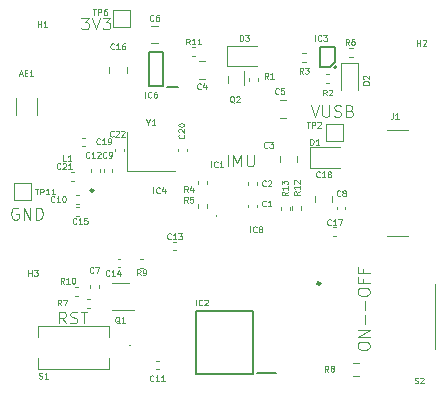
<source format=gbr>
%TF.GenerationSoftware,KiCad,Pcbnew,(6.0.0)*%
%TF.CreationDate,2022-11-27T20:06:59+00:00*%
%TF.ProjectId,Tracer,54726163-6572-42e6-9b69-6361645f7063,F*%
%TF.SameCoordinates,Original*%
%TF.FileFunction,Legend,Top*%
%TF.FilePolarity,Positive*%
%FSLAX46Y46*%
G04 Gerber Fmt 4.6, Leading zero omitted, Abs format (unit mm)*
G04 Created by KiCad (PCBNEW (6.0.0)) date 2022-11-27 20:06:59*
%MOMM*%
%LPD*%
G01*
G04 APERTURE LIST*
%ADD10C,0.100000*%
%ADD11C,0.035000*%
%ADD12C,0.120000*%
%ADD13C,0.250000*%
%ADD14C,0.027000*%
%ADD15C,0.200000*%
G04 APERTURE END LIST*
D10*
X147504761Y-94052380D02*
X147504761Y-93052380D01*
X147980952Y-94052380D02*
X147980952Y-93052380D01*
X148314285Y-93766666D01*
X148647619Y-93052380D01*
X148647619Y-94052380D01*
X149123809Y-93052380D02*
X149123809Y-93861904D01*
X149171428Y-93957142D01*
X149219047Y-94004761D01*
X149314285Y-94052380D01*
X149504761Y-94052380D01*
X149600000Y-94004761D01*
X149647619Y-93957142D01*
X149695238Y-93861904D01*
X149695238Y-93052380D01*
X158502380Y-109338095D02*
X158502380Y-109147619D01*
X158550000Y-109052380D01*
X158645238Y-108957142D01*
X158835714Y-108909523D01*
X159169047Y-108909523D01*
X159359523Y-108957142D01*
X159454761Y-109052380D01*
X159502380Y-109147619D01*
X159502380Y-109338095D01*
X159454761Y-109433333D01*
X159359523Y-109528571D01*
X159169047Y-109576190D01*
X158835714Y-109576190D01*
X158645238Y-109528571D01*
X158550000Y-109433333D01*
X158502380Y-109338095D01*
X159502380Y-108480952D02*
X158502380Y-108480952D01*
X159502380Y-107909523D01*
X158502380Y-107909523D01*
X159121428Y-107433333D02*
X159121428Y-106671428D01*
X159121428Y-106195238D02*
X159121428Y-105433333D01*
X158502380Y-104766666D02*
X158502380Y-104576190D01*
X158550000Y-104480952D01*
X158645238Y-104385714D01*
X158835714Y-104338095D01*
X159169047Y-104338095D01*
X159359523Y-104385714D01*
X159454761Y-104480952D01*
X159502380Y-104576190D01*
X159502380Y-104766666D01*
X159454761Y-104861904D01*
X159359523Y-104957142D01*
X159169047Y-105004761D01*
X158835714Y-105004761D01*
X158645238Y-104957142D01*
X158550000Y-104861904D01*
X158502380Y-104766666D01*
X158978571Y-103576190D02*
X158978571Y-103909523D01*
X159502380Y-103909523D02*
X158502380Y-103909523D01*
X158502380Y-103433333D01*
X158978571Y-102719047D02*
X158978571Y-103052380D01*
X159502380Y-103052380D02*
X158502380Y-103052380D01*
X158502380Y-102576190D01*
X129738095Y-97600000D02*
X129642857Y-97552380D01*
X129500000Y-97552380D01*
X129357142Y-97600000D01*
X129261904Y-97695238D01*
X129214285Y-97790476D01*
X129166666Y-97980952D01*
X129166666Y-98123809D01*
X129214285Y-98314285D01*
X129261904Y-98409523D01*
X129357142Y-98504761D01*
X129500000Y-98552380D01*
X129595238Y-98552380D01*
X129738095Y-98504761D01*
X129785714Y-98457142D01*
X129785714Y-98123809D01*
X129595238Y-98123809D01*
X130214285Y-98552380D02*
X130214285Y-97552380D01*
X130785714Y-98552380D01*
X130785714Y-97552380D01*
X131261904Y-98552380D02*
X131261904Y-97552380D01*
X131500000Y-97552380D01*
X131642857Y-97600000D01*
X131738095Y-97695238D01*
X131785714Y-97790476D01*
X131833333Y-97980952D01*
X131833333Y-98123809D01*
X131785714Y-98314285D01*
X131738095Y-98409523D01*
X131642857Y-98504761D01*
X131500000Y-98552380D01*
X131261904Y-98552380D01*
X133802380Y-107352380D02*
X133469047Y-106876190D01*
X133230952Y-107352380D02*
X133230952Y-106352380D01*
X133611904Y-106352380D01*
X133707142Y-106400000D01*
X133754761Y-106447619D01*
X133802380Y-106542857D01*
X133802380Y-106685714D01*
X133754761Y-106780952D01*
X133707142Y-106828571D01*
X133611904Y-106876190D01*
X133230952Y-106876190D01*
X134183333Y-107304761D02*
X134326190Y-107352380D01*
X134564285Y-107352380D01*
X134659523Y-107304761D01*
X134707142Y-107257142D01*
X134754761Y-107161904D01*
X134754761Y-107066666D01*
X134707142Y-106971428D01*
X134659523Y-106923809D01*
X134564285Y-106876190D01*
X134373809Y-106828571D01*
X134278571Y-106780952D01*
X134230952Y-106733333D01*
X134183333Y-106638095D01*
X134183333Y-106542857D01*
X134230952Y-106447619D01*
X134278571Y-106400000D01*
X134373809Y-106352380D01*
X134611904Y-106352380D01*
X134754761Y-106400000D01*
X135040476Y-106352380D02*
X135611904Y-106352380D01*
X135326190Y-107352380D02*
X135326190Y-106352380D01*
X135111904Y-81452380D02*
X135730952Y-81452380D01*
X135397619Y-81833333D01*
X135540476Y-81833333D01*
X135635714Y-81880952D01*
X135683333Y-81928571D01*
X135730952Y-82023809D01*
X135730952Y-82261904D01*
X135683333Y-82357142D01*
X135635714Y-82404761D01*
X135540476Y-82452380D01*
X135254761Y-82452380D01*
X135159523Y-82404761D01*
X135111904Y-82357142D01*
X136016666Y-81452380D02*
X136350000Y-82452380D01*
X136683333Y-81452380D01*
X136921428Y-81452380D02*
X137540476Y-81452380D01*
X137207142Y-81833333D01*
X137350000Y-81833333D01*
X137445238Y-81880952D01*
X137492857Y-81928571D01*
X137540476Y-82023809D01*
X137540476Y-82261904D01*
X137492857Y-82357142D01*
X137445238Y-82404761D01*
X137350000Y-82452380D01*
X137064285Y-82452380D01*
X136969047Y-82404761D01*
X136921428Y-82357142D01*
X154516666Y-88852380D02*
X154850000Y-89852380D01*
X155183333Y-88852380D01*
X155516666Y-88852380D02*
X155516666Y-89661904D01*
X155564285Y-89757142D01*
X155611904Y-89804761D01*
X155707142Y-89852380D01*
X155897619Y-89852380D01*
X155992857Y-89804761D01*
X156040476Y-89757142D01*
X156088095Y-89661904D01*
X156088095Y-88852380D01*
X156516666Y-89804761D02*
X156659523Y-89852380D01*
X156897619Y-89852380D01*
X156992857Y-89804761D01*
X157040476Y-89757142D01*
X157088095Y-89661904D01*
X157088095Y-89566666D01*
X157040476Y-89471428D01*
X156992857Y-89423809D01*
X156897619Y-89376190D01*
X156707142Y-89328571D01*
X156611904Y-89280952D01*
X156564285Y-89233333D01*
X156516666Y-89138095D01*
X156516666Y-89042857D01*
X156564285Y-88947619D01*
X156611904Y-88900000D01*
X156707142Y-88852380D01*
X156945238Y-88852380D01*
X157088095Y-88900000D01*
X157850000Y-89328571D02*
X157992857Y-89376190D01*
X158040476Y-89423809D01*
X158088095Y-89519047D01*
X158088095Y-89661904D01*
X158040476Y-89757142D01*
X157992857Y-89804761D01*
X157897619Y-89852380D01*
X157516666Y-89852380D01*
X157516666Y-88852380D01*
X157850000Y-88852380D01*
X157945238Y-88900000D01*
X157992857Y-88947619D01*
X158040476Y-89042857D01*
X158040476Y-89138095D01*
X157992857Y-89233333D01*
X157945238Y-89280952D01*
X157850000Y-89328571D01*
X157516666Y-89328571D01*
D11*
%TO.C,C1*%
X150716666Y-97398571D02*
X150692857Y-97422380D01*
X150621428Y-97446190D01*
X150573809Y-97446190D01*
X150502380Y-97422380D01*
X150454761Y-97374761D01*
X150430952Y-97327142D01*
X150407142Y-97231904D01*
X150407142Y-97160476D01*
X150430952Y-97065238D01*
X150454761Y-97017619D01*
X150502380Y-96970000D01*
X150573809Y-96946190D01*
X150621428Y-96946190D01*
X150692857Y-96970000D01*
X150716666Y-96993809D01*
X151192857Y-97446190D02*
X150907142Y-97446190D01*
X151050000Y-97446190D02*
X151050000Y-96946190D01*
X151002380Y-97017619D01*
X150954761Y-97065238D01*
X150907142Y-97089047D01*
%TO.C,C16*%
X137873571Y-84078571D02*
X137849761Y-84102380D01*
X137778333Y-84126190D01*
X137730714Y-84126190D01*
X137659285Y-84102380D01*
X137611666Y-84054761D01*
X137587857Y-84007142D01*
X137564047Y-83911904D01*
X137564047Y-83840476D01*
X137587857Y-83745238D01*
X137611666Y-83697619D01*
X137659285Y-83650000D01*
X137730714Y-83626190D01*
X137778333Y-83626190D01*
X137849761Y-83650000D01*
X137873571Y-83673809D01*
X138349761Y-84126190D02*
X138064047Y-84126190D01*
X138206904Y-84126190D02*
X138206904Y-83626190D01*
X138159285Y-83697619D01*
X138111666Y-83745238D01*
X138064047Y-83769047D01*
X138778333Y-83626190D02*
X138683095Y-83626190D01*
X138635476Y-83650000D01*
X138611666Y-83673809D01*
X138564047Y-83745238D01*
X138540238Y-83840476D01*
X138540238Y-84030952D01*
X138564047Y-84078571D01*
X138587857Y-84102380D01*
X138635476Y-84126190D01*
X138730714Y-84126190D01*
X138778333Y-84102380D01*
X138802142Y-84078571D01*
X138825952Y-84030952D01*
X138825952Y-83911904D01*
X138802142Y-83864285D01*
X138778333Y-83840476D01*
X138730714Y-83816666D01*
X138635476Y-83816666D01*
X138587857Y-83840476D01*
X138564047Y-83864285D01*
X138540238Y-83911904D01*
%TO.C,C10*%
X132828571Y-97028571D02*
X132804761Y-97052380D01*
X132733333Y-97076190D01*
X132685714Y-97076190D01*
X132614285Y-97052380D01*
X132566666Y-97004761D01*
X132542857Y-96957142D01*
X132519047Y-96861904D01*
X132519047Y-96790476D01*
X132542857Y-96695238D01*
X132566666Y-96647619D01*
X132614285Y-96600000D01*
X132685714Y-96576190D01*
X132733333Y-96576190D01*
X132804761Y-96600000D01*
X132828571Y-96623809D01*
X133304761Y-97076190D02*
X133019047Y-97076190D01*
X133161904Y-97076190D02*
X133161904Y-96576190D01*
X133114285Y-96647619D01*
X133066666Y-96695238D01*
X133019047Y-96719047D01*
X133614285Y-96576190D02*
X133661904Y-96576190D01*
X133709523Y-96600000D01*
X133733333Y-96623809D01*
X133757142Y-96671428D01*
X133780952Y-96766666D01*
X133780952Y-96885714D01*
X133757142Y-96980952D01*
X133733333Y-97028571D01*
X133709523Y-97052380D01*
X133661904Y-97076190D01*
X133614285Y-97076190D01*
X133566666Y-97052380D01*
X133542857Y-97028571D01*
X133519047Y-96980952D01*
X133495238Y-96885714D01*
X133495238Y-96766666D01*
X133519047Y-96671428D01*
X133542857Y-96623809D01*
X133566666Y-96600000D01*
X133614285Y-96576190D01*
%TO.C,C5*%
X151816666Y-87878571D02*
X151792857Y-87902380D01*
X151721428Y-87926190D01*
X151673809Y-87926190D01*
X151602380Y-87902380D01*
X151554761Y-87854761D01*
X151530952Y-87807142D01*
X151507142Y-87711904D01*
X151507142Y-87640476D01*
X151530952Y-87545238D01*
X151554761Y-87497619D01*
X151602380Y-87450000D01*
X151673809Y-87426190D01*
X151721428Y-87426190D01*
X151792857Y-87450000D01*
X151816666Y-87473809D01*
X152269047Y-87426190D02*
X152030952Y-87426190D01*
X152007142Y-87664285D01*
X152030952Y-87640476D01*
X152078571Y-87616666D01*
X152197619Y-87616666D01*
X152245238Y-87640476D01*
X152269047Y-87664285D01*
X152292857Y-87711904D01*
X152292857Y-87830952D01*
X152269047Y-87878571D01*
X152245238Y-87902380D01*
X152197619Y-87926190D01*
X152078571Y-87926190D01*
X152030952Y-87902380D01*
X152007142Y-87878571D01*
%TO.C,D1*%
X154480952Y-92226190D02*
X154480952Y-91726190D01*
X154600000Y-91726190D01*
X154671428Y-91750000D01*
X154719047Y-91797619D01*
X154742857Y-91845238D01*
X154766666Y-91940476D01*
X154766666Y-92011904D01*
X154742857Y-92107142D01*
X154719047Y-92154761D01*
X154671428Y-92202380D01*
X154600000Y-92226190D01*
X154480952Y-92226190D01*
X155242857Y-92226190D02*
X154957142Y-92226190D01*
X155100000Y-92226190D02*
X155100000Y-91726190D01*
X155052380Y-91797619D01*
X155004761Y-91845238D01*
X154957142Y-91869047D01*
%TO.C,R6*%
X157766666Y-83776190D02*
X157600000Y-83538095D01*
X157480952Y-83776190D02*
X157480952Y-83276190D01*
X157671428Y-83276190D01*
X157719047Y-83300000D01*
X157742857Y-83323809D01*
X157766666Y-83371428D01*
X157766666Y-83442857D01*
X157742857Y-83490476D01*
X157719047Y-83514285D01*
X157671428Y-83538095D01*
X157480952Y-83538095D01*
X158195238Y-83276190D02*
X158100000Y-83276190D01*
X158052380Y-83300000D01*
X158028571Y-83323809D01*
X157980952Y-83395238D01*
X157957142Y-83490476D01*
X157957142Y-83680952D01*
X157980952Y-83728571D01*
X158004761Y-83752380D01*
X158052380Y-83776190D01*
X158147619Y-83776190D01*
X158195238Y-83752380D01*
X158219047Y-83728571D01*
X158242857Y-83680952D01*
X158242857Y-83561904D01*
X158219047Y-83514285D01*
X158195238Y-83490476D01*
X158147619Y-83466666D01*
X158052380Y-83466666D01*
X158004761Y-83490476D01*
X157980952Y-83514285D01*
X157957142Y-83561904D01*
%TO.C,Q2*%
X148052380Y-88673809D02*
X148004761Y-88650000D01*
X147957142Y-88602380D01*
X147885714Y-88530952D01*
X147838095Y-88507142D01*
X147790476Y-88507142D01*
X147814285Y-88626190D02*
X147766666Y-88602380D01*
X147719047Y-88554761D01*
X147695238Y-88459523D01*
X147695238Y-88292857D01*
X147719047Y-88197619D01*
X147766666Y-88150000D01*
X147814285Y-88126190D01*
X147909523Y-88126190D01*
X147957142Y-88150000D01*
X148004761Y-88197619D01*
X148028571Y-88292857D01*
X148028571Y-88459523D01*
X148004761Y-88554761D01*
X147957142Y-88602380D01*
X147909523Y-88626190D01*
X147814285Y-88626190D01*
X148219047Y-88173809D02*
X148242857Y-88150000D01*
X148290476Y-88126190D01*
X148409523Y-88126190D01*
X148457142Y-88150000D01*
X148480952Y-88173809D01*
X148504761Y-88221428D01*
X148504761Y-88269047D01*
X148480952Y-88340476D01*
X148195238Y-88626190D01*
X148504761Y-88626190D01*
%TO.C,C3*%
X150866666Y-92428571D02*
X150842857Y-92452380D01*
X150771428Y-92476190D01*
X150723809Y-92476190D01*
X150652380Y-92452380D01*
X150604761Y-92404761D01*
X150580952Y-92357142D01*
X150557142Y-92261904D01*
X150557142Y-92190476D01*
X150580952Y-92095238D01*
X150604761Y-92047619D01*
X150652380Y-92000000D01*
X150723809Y-91976190D01*
X150771428Y-91976190D01*
X150842857Y-92000000D01*
X150866666Y-92023809D01*
X151033333Y-91976190D02*
X151342857Y-91976190D01*
X151176190Y-92166666D01*
X151247619Y-92166666D01*
X151295238Y-92190476D01*
X151319047Y-92214285D01*
X151342857Y-92261904D01*
X151342857Y-92380952D01*
X151319047Y-92428571D01*
X151295238Y-92452380D01*
X151247619Y-92476190D01*
X151104761Y-92476190D01*
X151057142Y-92452380D01*
X151033333Y-92428571D01*
%TO.C,R10*%
X133628571Y-103976190D02*
X133461904Y-103738095D01*
X133342857Y-103976190D02*
X133342857Y-103476190D01*
X133533333Y-103476190D01*
X133580952Y-103500000D01*
X133604761Y-103523809D01*
X133628571Y-103571428D01*
X133628571Y-103642857D01*
X133604761Y-103690476D01*
X133580952Y-103714285D01*
X133533333Y-103738095D01*
X133342857Y-103738095D01*
X134104761Y-103976190D02*
X133819047Y-103976190D01*
X133961904Y-103976190D02*
X133961904Y-103476190D01*
X133914285Y-103547619D01*
X133866666Y-103595238D01*
X133819047Y-103619047D01*
X134414285Y-103476190D02*
X134461904Y-103476190D01*
X134509523Y-103500000D01*
X134533333Y-103523809D01*
X134557142Y-103571428D01*
X134580952Y-103666666D01*
X134580952Y-103785714D01*
X134557142Y-103880952D01*
X134533333Y-103928571D01*
X134509523Y-103952380D01*
X134461904Y-103976190D01*
X134414285Y-103976190D01*
X134366666Y-103952380D01*
X134342857Y-103928571D01*
X134319047Y-103880952D01*
X134295238Y-103785714D01*
X134295238Y-103666666D01*
X134319047Y-103571428D01*
X134342857Y-103523809D01*
X134366666Y-103500000D01*
X134414285Y-103476190D01*
%TO.C,H3*%
X130619047Y-103326190D02*
X130619047Y-102826190D01*
X130619047Y-103064285D02*
X130904761Y-103064285D01*
X130904761Y-103326190D02*
X130904761Y-102826190D01*
X131095238Y-102826190D02*
X131404761Y-102826190D01*
X131238095Y-103016666D01*
X131309523Y-103016666D01*
X131357142Y-103040476D01*
X131380952Y-103064285D01*
X131404761Y-103111904D01*
X131404761Y-103230952D01*
X131380952Y-103278571D01*
X131357142Y-103302380D01*
X131309523Y-103326190D01*
X131166666Y-103326190D01*
X131119047Y-103302380D01*
X131095238Y-103278571D01*
%TO.C,C6*%
X141211666Y-81678571D02*
X141187857Y-81702380D01*
X141116428Y-81726190D01*
X141068809Y-81726190D01*
X140997380Y-81702380D01*
X140949761Y-81654761D01*
X140925952Y-81607142D01*
X140902142Y-81511904D01*
X140902142Y-81440476D01*
X140925952Y-81345238D01*
X140949761Y-81297619D01*
X140997380Y-81250000D01*
X141068809Y-81226190D01*
X141116428Y-81226190D01*
X141187857Y-81250000D01*
X141211666Y-81273809D01*
X141640238Y-81226190D02*
X141545000Y-81226190D01*
X141497380Y-81250000D01*
X141473571Y-81273809D01*
X141425952Y-81345238D01*
X141402142Y-81440476D01*
X141402142Y-81630952D01*
X141425952Y-81678571D01*
X141449761Y-81702380D01*
X141497380Y-81726190D01*
X141592619Y-81726190D01*
X141640238Y-81702380D01*
X141664047Y-81678571D01*
X141687857Y-81630952D01*
X141687857Y-81511904D01*
X141664047Y-81464285D01*
X141640238Y-81440476D01*
X141592619Y-81416666D01*
X141497380Y-81416666D01*
X141449761Y-81440476D01*
X141425952Y-81464285D01*
X141402142Y-81511904D01*
%TO.C,IC4*%
X141211904Y-96326190D02*
X141211904Y-95826190D01*
X141735714Y-96278571D02*
X141711904Y-96302380D01*
X141640476Y-96326190D01*
X141592857Y-96326190D01*
X141521428Y-96302380D01*
X141473809Y-96254761D01*
X141450000Y-96207142D01*
X141426190Y-96111904D01*
X141426190Y-96040476D01*
X141450000Y-95945238D01*
X141473809Y-95897619D01*
X141521428Y-95850000D01*
X141592857Y-95826190D01*
X141640476Y-95826190D01*
X141711904Y-95850000D01*
X141735714Y-95873809D01*
X142164285Y-95992857D02*
X142164285Y-96326190D01*
X142045238Y-95802380D02*
X141926190Y-96159523D01*
X142235714Y-96159523D01*
%TO.C,C12*%
X135778571Y-93278571D02*
X135754761Y-93302380D01*
X135683333Y-93326190D01*
X135635714Y-93326190D01*
X135564285Y-93302380D01*
X135516666Y-93254761D01*
X135492857Y-93207142D01*
X135469047Y-93111904D01*
X135469047Y-93040476D01*
X135492857Y-92945238D01*
X135516666Y-92897619D01*
X135564285Y-92850000D01*
X135635714Y-92826190D01*
X135683333Y-92826190D01*
X135754761Y-92850000D01*
X135778571Y-92873809D01*
X136254761Y-93326190D02*
X135969047Y-93326190D01*
X136111904Y-93326190D02*
X136111904Y-92826190D01*
X136064285Y-92897619D01*
X136016666Y-92945238D01*
X135969047Y-92969047D01*
X136445238Y-92873809D02*
X136469047Y-92850000D01*
X136516666Y-92826190D01*
X136635714Y-92826190D01*
X136683333Y-92850000D01*
X136707142Y-92873809D01*
X136730952Y-92921428D01*
X136730952Y-92969047D01*
X136707142Y-93040476D01*
X136421428Y-93326190D01*
X136730952Y-93326190D01*
%TO.C,R12*%
X153576190Y-96171428D02*
X153338095Y-96338095D01*
X153576190Y-96457142D02*
X153076190Y-96457142D01*
X153076190Y-96266666D01*
X153100000Y-96219047D01*
X153123809Y-96195238D01*
X153171428Y-96171428D01*
X153242857Y-96171428D01*
X153290476Y-96195238D01*
X153314285Y-96219047D01*
X153338095Y-96266666D01*
X153338095Y-96457142D01*
X153576190Y-95695238D02*
X153576190Y-95980952D01*
X153576190Y-95838095D02*
X153076190Y-95838095D01*
X153147619Y-95885714D01*
X153195238Y-95933333D01*
X153219047Y-95980952D01*
X153123809Y-95504761D02*
X153100000Y-95480952D01*
X153076190Y-95433333D01*
X153076190Y-95314285D01*
X153100000Y-95266666D01*
X153123809Y-95242857D01*
X153171428Y-95219047D01*
X153219047Y-95219047D01*
X153290476Y-95242857D01*
X153576190Y-95528571D01*
X153576190Y-95219047D01*
%TO.C,IC1*%
X146111904Y-94126190D02*
X146111904Y-93626190D01*
X146635714Y-94078571D02*
X146611904Y-94102380D01*
X146540476Y-94126190D01*
X146492857Y-94126190D01*
X146421428Y-94102380D01*
X146373809Y-94054761D01*
X146350000Y-94007142D01*
X146326190Y-93911904D01*
X146326190Y-93840476D01*
X146350000Y-93745238D01*
X146373809Y-93697619D01*
X146421428Y-93650000D01*
X146492857Y-93626190D01*
X146540476Y-93626190D01*
X146611904Y-93650000D01*
X146635714Y-93673809D01*
X147111904Y-94126190D02*
X146826190Y-94126190D01*
X146969047Y-94126190D02*
X146969047Y-93626190D01*
X146921428Y-93697619D01*
X146873809Y-93745238D01*
X146826190Y-93769047D01*
%TO.C,C11*%
X141208571Y-112188571D02*
X141184761Y-112212380D01*
X141113333Y-112236190D01*
X141065714Y-112236190D01*
X140994285Y-112212380D01*
X140946666Y-112164761D01*
X140922857Y-112117142D01*
X140899047Y-112021904D01*
X140899047Y-111950476D01*
X140922857Y-111855238D01*
X140946666Y-111807619D01*
X140994285Y-111760000D01*
X141065714Y-111736190D01*
X141113333Y-111736190D01*
X141184761Y-111760000D01*
X141208571Y-111783809D01*
X141684761Y-112236190D02*
X141399047Y-112236190D01*
X141541904Y-112236190D02*
X141541904Y-111736190D01*
X141494285Y-111807619D01*
X141446666Y-111855238D01*
X141399047Y-111879047D01*
X142160952Y-112236190D02*
X141875238Y-112236190D01*
X142018095Y-112236190D02*
X142018095Y-111736190D01*
X141970476Y-111807619D01*
X141922857Y-111855238D01*
X141875238Y-111879047D01*
%TO.C,C18*%
X155278571Y-94928571D02*
X155254761Y-94952380D01*
X155183333Y-94976190D01*
X155135714Y-94976190D01*
X155064285Y-94952380D01*
X155016666Y-94904761D01*
X154992857Y-94857142D01*
X154969047Y-94761904D01*
X154969047Y-94690476D01*
X154992857Y-94595238D01*
X155016666Y-94547619D01*
X155064285Y-94500000D01*
X155135714Y-94476190D01*
X155183333Y-94476190D01*
X155254761Y-94500000D01*
X155278571Y-94523809D01*
X155754761Y-94976190D02*
X155469047Y-94976190D01*
X155611904Y-94976190D02*
X155611904Y-94476190D01*
X155564285Y-94547619D01*
X155516666Y-94595238D01*
X155469047Y-94619047D01*
X156040476Y-94690476D02*
X155992857Y-94666666D01*
X155969047Y-94642857D01*
X155945238Y-94595238D01*
X155945238Y-94571428D01*
X155969047Y-94523809D01*
X155992857Y-94500000D01*
X156040476Y-94476190D01*
X156135714Y-94476190D01*
X156183333Y-94500000D01*
X156207142Y-94523809D01*
X156230952Y-94571428D01*
X156230952Y-94595238D01*
X156207142Y-94642857D01*
X156183333Y-94666666D01*
X156135714Y-94690476D01*
X156040476Y-94690476D01*
X155992857Y-94714285D01*
X155969047Y-94738095D01*
X155945238Y-94785714D01*
X155945238Y-94880952D01*
X155969047Y-94928571D01*
X155992857Y-94952380D01*
X156040476Y-94976190D01*
X156135714Y-94976190D01*
X156183333Y-94952380D01*
X156207142Y-94928571D01*
X156230952Y-94880952D01*
X156230952Y-94785714D01*
X156207142Y-94738095D01*
X156183333Y-94714285D01*
X156135714Y-94690476D01*
%TO.C,TP6*%
X136069047Y-80726190D02*
X136354761Y-80726190D01*
X136211904Y-81226190D02*
X136211904Y-80726190D01*
X136521428Y-81226190D02*
X136521428Y-80726190D01*
X136711904Y-80726190D01*
X136759523Y-80750000D01*
X136783333Y-80773809D01*
X136807142Y-80821428D01*
X136807142Y-80892857D01*
X136783333Y-80940476D01*
X136759523Y-80964285D01*
X136711904Y-80988095D01*
X136521428Y-80988095D01*
X137235714Y-80726190D02*
X137140476Y-80726190D01*
X137092857Y-80750000D01*
X137069047Y-80773809D01*
X137021428Y-80845238D01*
X136997619Y-80940476D01*
X136997619Y-81130952D01*
X137021428Y-81178571D01*
X137045238Y-81202380D01*
X137092857Y-81226190D01*
X137188095Y-81226190D01*
X137235714Y-81202380D01*
X137259523Y-81178571D01*
X137283333Y-81130952D01*
X137283333Y-81011904D01*
X137259523Y-80964285D01*
X137235714Y-80940476D01*
X137188095Y-80916666D01*
X137092857Y-80916666D01*
X137045238Y-80940476D01*
X137021428Y-80964285D01*
X136997619Y-81011904D01*
%TO.C,C20*%
X143778571Y-91351428D02*
X143802380Y-91375238D01*
X143826190Y-91446666D01*
X143826190Y-91494285D01*
X143802380Y-91565714D01*
X143754761Y-91613333D01*
X143707142Y-91637142D01*
X143611904Y-91660952D01*
X143540476Y-91660952D01*
X143445238Y-91637142D01*
X143397619Y-91613333D01*
X143350000Y-91565714D01*
X143326190Y-91494285D01*
X143326190Y-91446666D01*
X143350000Y-91375238D01*
X143373809Y-91351428D01*
X143373809Y-91160952D02*
X143350000Y-91137142D01*
X143326190Y-91089523D01*
X143326190Y-90970476D01*
X143350000Y-90922857D01*
X143373809Y-90899047D01*
X143421428Y-90875238D01*
X143469047Y-90875238D01*
X143540476Y-90899047D01*
X143826190Y-91184761D01*
X143826190Y-90875238D01*
X143326190Y-90565714D02*
X143326190Y-90518095D01*
X143350000Y-90470476D01*
X143373809Y-90446666D01*
X143421428Y-90422857D01*
X143516666Y-90399047D01*
X143635714Y-90399047D01*
X143730952Y-90422857D01*
X143778571Y-90446666D01*
X143802380Y-90470476D01*
X143826190Y-90518095D01*
X143826190Y-90565714D01*
X143802380Y-90613333D01*
X143778571Y-90637142D01*
X143730952Y-90660952D01*
X143635714Y-90684761D01*
X143516666Y-90684761D01*
X143421428Y-90660952D01*
X143373809Y-90637142D01*
X143350000Y-90613333D01*
X143326190Y-90565714D01*
%TO.C,L1*%
X133816666Y-93576190D02*
X133578571Y-93576190D01*
X133578571Y-93076190D01*
X134245238Y-93576190D02*
X133959523Y-93576190D01*
X134102380Y-93576190D02*
X134102380Y-93076190D01*
X134054761Y-93147619D01*
X134007142Y-93195238D01*
X133959523Y-93219047D01*
%TO.C,R11*%
X144278571Y-83726190D02*
X144111904Y-83488095D01*
X143992857Y-83726190D02*
X143992857Y-83226190D01*
X144183333Y-83226190D01*
X144230952Y-83250000D01*
X144254761Y-83273809D01*
X144278571Y-83321428D01*
X144278571Y-83392857D01*
X144254761Y-83440476D01*
X144230952Y-83464285D01*
X144183333Y-83488095D01*
X143992857Y-83488095D01*
X144754761Y-83726190D02*
X144469047Y-83726190D01*
X144611904Y-83726190D02*
X144611904Y-83226190D01*
X144564285Y-83297619D01*
X144516666Y-83345238D01*
X144469047Y-83369047D01*
X145230952Y-83726190D02*
X144945238Y-83726190D01*
X145088095Y-83726190D02*
X145088095Y-83226190D01*
X145040476Y-83297619D01*
X144992857Y-83345238D01*
X144945238Y-83369047D01*
%TO.C,C21*%
X133328571Y-94228571D02*
X133304761Y-94252380D01*
X133233333Y-94276190D01*
X133185714Y-94276190D01*
X133114285Y-94252380D01*
X133066666Y-94204761D01*
X133042857Y-94157142D01*
X133019047Y-94061904D01*
X133019047Y-93990476D01*
X133042857Y-93895238D01*
X133066666Y-93847619D01*
X133114285Y-93800000D01*
X133185714Y-93776190D01*
X133233333Y-93776190D01*
X133304761Y-93800000D01*
X133328571Y-93823809D01*
X133519047Y-93823809D02*
X133542857Y-93800000D01*
X133590476Y-93776190D01*
X133709523Y-93776190D01*
X133757142Y-93800000D01*
X133780952Y-93823809D01*
X133804761Y-93871428D01*
X133804761Y-93919047D01*
X133780952Y-93990476D01*
X133495238Y-94276190D01*
X133804761Y-94276190D01*
X134280952Y-94276190D02*
X133995238Y-94276190D01*
X134138095Y-94276190D02*
X134138095Y-93776190D01*
X134090476Y-93847619D01*
X134042857Y-93895238D01*
X133995238Y-93919047D01*
%TO.C,R3*%
X153866666Y-86196190D02*
X153700000Y-85958095D01*
X153580952Y-86196190D02*
X153580952Y-85696190D01*
X153771428Y-85696190D01*
X153819047Y-85720000D01*
X153842857Y-85743809D01*
X153866666Y-85791428D01*
X153866666Y-85862857D01*
X153842857Y-85910476D01*
X153819047Y-85934285D01*
X153771428Y-85958095D01*
X153580952Y-85958095D01*
X154033333Y-85696190D02*
X154342857Y-85696190D01*
X154176190Y-85886666D01*
X154247619Y-85886666D01*
X154295238Y-85910476D01*
X154319047Y-85934285D01*
X154342857Y-85981904D01*
X154342857Y-86100952D01*
X154319047Y-86148571D01*
X154295238Y-86172380D01*
X154247619Y-86196190D01*
X154104761Y-86196190D01*
X154057142Y-86172380D01*
X154033333Y-86148571D01*
%TO.C,R4*%
X144116666Y-96226190D02*
X143950000Y-95988095D01*
X143830952Y-96226190D02*
X143830952Y-95726190D01*
X144021428Y-95726190D01*
X144069047Y-95750000D01*
X144092857Y-95773809D01*
X144116666Y-95821428D01*
X144116666Y-95892857D01*
X144092857Y-95940476D01*
X144069047Y-95964285D01*
X144021428Y-95988095D01*
X143830952Y-95988095D01*
X144545238Y-95892857D02*
X144545238Y-96226190D01*
X144426190Y-95702380D02*
X144307142Y-96059523D01*
X144616666Y-96059523D01*
%TO.C,TP11*%
X131180952Y-95926190D02*
X131466666Y-95926190D01*
X131323809Y-96426190D02*
X131323809Y-95926190D01*
X131633333Y-96426190D02*
X131633333Y-95926190D01*
X131823809Y-95926190D01*
X131871428Y-95950000D01*
X131895238Y-95973809D01*
X131919047Y-96021428D01*
X131919047Y-96092857D01*
X131895238Y-96140476D01*
X131871428Y-96164285D01*
X131823809Y-96188095D01*
X131633333Y-96188095D01*
X132395238Y-96426190D02*
X132109523Y-96426190D01*
X132252380Y-96426190D02*
X132252380Y-95926190D01*
X132204761Y-95997619D01*
X132157142Y-96045238D01*
X132109523Y-96069047D01*
X132871428Y-96426190D02*
X132585714Y-96426190D01*
X132728571Y-96426190D02*
X132728571Y-95926190D01*
X132680952Y-95997619D01*
X132633333Y-96045238D01*
X132585714Y-96069047D01*
%TO.C,C9*%
X137216666Y-93278571D02*
X137192857Y-93302380D01*
X137121428Y-93326190D01*
X137073809Y-93326190D01*
X137002380Y-93302380D01*
X136954761Y-93254761D01*
X136930952Y-93207142D01*
X136907142Y-93111904D01*
X136907142Y-93040476D01*
X136930952Y-92945238D01*
X136954761Y-92897619D01*
X137002380Y-92850000D01*
X137073809Y-92826190D01*
X137121428Y-92826190D01*
X137192857Y-92850000D01*
X137216666Y-92873809D01*
X137454761Y-93326190D02*
X137550000Y-93326190D01*
X137597619Y-93302380D01*
X137621428Y-93278571D01*
X137669047Y-93207142D01*
X137692857Y-93111904D01*
X137692857Y-92921428D01*
X137669047Y-92873809D01*
X137645238Y-92850000D01*
X137597619Y-92826190D01*
X137502380Y-92826190D01*
X137454761Y-92850000D01*
X137430952Y-92873809D01*
X137407142Y-92921428D01*
X137407142Y-93040476D01*
X137430952Y-93088095D01*
X137454761Y-93111904D01*
X137502380Y-93135714D01*
X137597619Y-93135714D01*
X137645238Y-93111904D01*
X137669047Y-93088095D01*
X137692857Y-93040476D01*
%TO.C,H2*%
X163519047Y-83826190D02*
X163519047Y-83326190D01*
X163519047Y-83564285D02*
X163804761Y-83564285D01*
X163804761Y-83826190D02*
X163804761Y-83326190D01*
X164019047Y-83373809D02*
X164042857Y-83350000D01*
X164090476Y-83326190D01*
X164209523Y-83326190D01*
X164257142Y-83350000D01*
X164280952Y-83373809D01*
X164304761Y-83421428D01*
X164304761Y-83469047D01*
X164280952Y-83540476D01*
X163995238Y-83826190D01*
X164304761Y-83826190D01*
%TO.C,C2*%
X150716666Y-95678571D02*
X150692857Y-95702380D01*
X150621428Y-95726190D01*
X150573809Y-95726190D01*
X150502380Y-95702380D01*
X150454761Y-95654761D01*
X150430952Y-95607142D01*
X150407142Y-95511904D01*
X150407142Y-95440476D01*
X150430952Y-95345238D01*
X150454761Y-95297619D01*
X150502380Y-95250000D01*
X150573809Y-95226190D01*
X150621428Y-95226190D01*
X150692857Y-95250000D01*
X150716666Y-95273809D01*
X150907142Y-95273809D02*
X150930952Y-95250000D01*
X150978571Y-95226190D01*
X151097619Y-95226190D01*
X151145238Y-95250000D01*
X151169047Y-95273809D01*
X151192857Y-95321428D01*
X151192857Y-95369047D01*
X151169047Y-95440476D01*
X150883333Y-95726190D01*
X151192857Y-95726190D01*
%TO.C,S2*%
X163319047Y-112402380D02*
X163390476Y-112426190D01*
X163509523Y-112426190D01*
X163557142Y-112402380D01*
X163580952Y-112378571D01*
X163604761Y-112330952D01*
X163604761Y-112283333D01*
X163580952Y-112235714D01*
X163557142Y-112211904D01*
X163509523Y-112188095D01*
X163414285Y-112164285D01*
X163366666Y-112140476D01*
X163342857Y-112116666D01*
X163319047Y-112069047D01*
X163319047Y-112021428D01*
X163342857Y-111973809D01*
X163366666Y-111950000D01*
X163414285Y-111926190D01*
X163533333Y-111926190D01*
X163604761Y-111950000D01*
X163795238Y-111973809D02*
X163819047Y-111950000D01*
X163866666Y-111926190D01*
X163985714Y-111926190D01*
X164033333Y-111950000D01*
X164057142Y-111973809D01*
X164080952Y-112021428D01*
X164080952Y-112069047D01*
X164057142Y-112140476D01*
X163771428Y-112426190D01*
X164080952Y-112426190D01*
%TO.C,S1*%
X131519047Y-112002380D02*
X131590476Y-112026190D01*
X131709523Y-112026190D01*
X131757142Y-112002380D01*
X131780952Y-111978571D01*
X131804761Y-111930952D01*
X131804761Y-111883333D01*
X131780952Y-111835714D01*
X131757142Y-111811904D01*
X131709523Y-111788095D01*
X131614285Y-111764285D01*
X131566666Y-111740476D01*
X131542857Y-111716666D01*
X131519047Y-111669047D01*
X131519047Y-111621428D01*
X131542857Y-111573809D01*
X131566666Y-111550000D01*
X131614285Y-111526190D01*
X131733333Y-111526190D01*
X131804761Y-111550000D01*
X132280952Y-112026190D02*
X131995238Y-112026190D01*
X132138095Y-112026190D02*
X132138095Y-111526190D01*
X132090476Y-111597619D01*
X132042857Y-111645238D01*
X131995238Y-111669047D01*
%TO.C,D3*%
X148530952Y-83426190D02*
X148530952Y-82926190D01*
X148650000Y-82926190D01*
X148721428Y-82950000D01*
X148769047Y-82997619D01*
X148792857Y-83045238D01*
X148816666Y-83140476D01*
X148816666Y-83211904D01*
X148792857Y-83307142D01*
X148769047Y-83354761D01*
X148721428Y-83402380D01*
X148650000Y-83426190D01*
X148530952Y-83426190D01*
X148983333Y-82926190D02*
X149292857Y-82926190D01*
X149126190Y-83116666D01*
X149197619Y-83116666D01*
X149245238Y-83140476D01*
X149269047Y-83164285D01*
X149292857Y-83211904D01*
X149292857Y-83330952D01*
X149269047Y-83378571D01*
X149245238Y-83402380D01*
X149197619Y-83426190D01*
X149054761Y-83426190D01*
X149007142Y-83402380D01*
X148983333Y-83378571D01*
%TO.C,R1*%
X150916666Y-86626190D02*
X150750000Y-86388095D01*
X150630952Y-86626190D02*
X150630952Y-86126190D01*
X150821428Y-86126190D01*
X150869047Y-86150000D01*
X150892857Y-86173809D01*
X150916666Y-86221428D01*
X150916666Y-86292857D01*
X150892857Y-86340476D01*
X150869047Y-86364285D01*
X150821428Y-86388095D01*
X150630952Y-86388095D01*
X151392857Y-86626190D02*
X151107142Y-86626190D01*
X151250000Y-86626190D02*
X151250000Y-86126190D01*
X151202380Y-86197619D01*
X151154761Y-86245238D01*
X151107142Y-86269047D01*
%TO.C,C19*%
X136678571Y-92128571D02*
X136654761Y-92152380D01*
X136583333Y-92176190D01*
X136535714Y-92176190D01*
X136464285Y-92152380D01*
X136416666Y-92104761D01*
X136392857Y-92057142D01*
X136369047Y-91961904D01*
X136369047Y-91890476D01*
X136392857Y-91795238D01*
X136416666Y-91747619D01*
X136464285Y-91700000D01*
X136535714Y-91676190D01*
X136583333Y-91676190D01*
X136654761Y-91700000D01*
X136678571Y-91723809D01*
X137154761Y-92176190D02*
X136869047Y-92176190D01*
X137011904Y-92176190D02*
X137011904Y-91676190D01*
X136964285Y-91747619D01*
X136916666Y-91795238D01*
X136869047Y-91819047D01*
X137392857Y-92176190D02*
X137488095Y-92176190D01*
X137535714Y-92152380D01*
X137559523Y-92128571D01*
X137607142Y-92057142D01*
X137630952Y-91961904D01*
X137630952Y-91771428D01*
X137607142Y-91723809D01*
X137583333Y-91700000D01*
X137535714Y-91676190D01*
X137440476Y-91676190D01*
X137392857Y-91700000D01*
X137369047Y-91723809D01*
X137345238Y-91771428D01*
X137345238Y-91890476D01*
X137369047Y-91938095D01*
X137392857Y-91961904D01*
X137440476Y-91985714D01*
X137535714Y-91985714D01*
X137583333Y-91961904D01*
X137607142Y-91938095D01*
X137630952Y-91890476D01*
%TO.C,IC8*%
X149411904Y-99626190D02*
X149411904Y-99126190D01*
X149935714Y-99578571D02*
X149911904Y-99602380D01*
X149840476Y-99626190D01*
X149792857Y-99626190D01*
X149721428Y-99602380D01*
X149673809Y-99554761D01*
X149650000Y-99507142D01*
X149626190Y-99411904D01*
X149626190Y-99340476D01*
X149650000Y-99245238D01*
X149673809Y-99197619D01*
X149721428Y-99150000D01*
X149792857Y-99126190D01*
X149840476Y-99126190D01*
X149911904Y-99150000D01*
X149935714Y-99173809D01*
X150221428Y-99340476D02*
X150173809Y-99316666D01*
X150150000Y-99292857D01*
X150126190Y-99245238D01*
X150126190Y-99221428D01*
X150150000Y-99173809D01*
X150173809Y-99150000D01*
X150221428Y-99126190D01*
X150316666Y-99126190D01*
X150364285Y-99150000D01*
X150388095Y-99173809D01*
X150411904Y-99221428D01*
X150411904Y-99245238D01*
X150388095Y-99292857D01*
X150364285Y-99316666D01*
X150316666Y-99340476D01*
X150221428Y-99340476D01*
X150173809Y-99364285D01*
X150150000Y-99388095D01*
X150126190Y-99435714D01*
X150126190Y-99530952D01*
X150150000Y-99578571D01*
X150173809Y-99602380D01*
X150221428Y-99626190D01*
X150316666Y-99626190D01*
X150364285Y-99602380D01*
X150388095Y-99578571D01*
X150411904Y-99530952D01*
X150411904Y-99435714D01*
X150388095Y-99388095D01*
X150364285Y-99364285D01*
X150316666Y-99340476D01*
%TO.C,H1*%
X131419047Y-82226190D02*
X131419047Y-81726190D01*
X131419047Y-81964285D02*
X131704761Y-81964285D01*
X131704761Y-82226190D02*
X131704761Y-81726190D01*
X132204761Y-82226190D02*
X131919047Y-82226190D01*
X132061904Y-82226190D02*
X132061904Y-81726190D01*
X132014285Y-81797619D01*
X131966666Y-81845238D01*
X131919047Y-81869047D01*
%TO.C,AE1*%
X129841666Y-86258333D02*
X130079761Y-86258333D01*
X129794047Y-86401190D02*
X129960714Y-85901190D01*
X130127380Y-86401190D01*
X130294047Y-86139285D02*
X130460714Y-86139285D01*
X130532142Y-86401190D02*
X130294047Y-86401190D01*
X130294047Y-85901190D01*
X130532142Y-85901190D01*
X131008333Y-86401190D02*
X130722619Y-86401190D01*
X130865476Y-86401190D02*
X130865476Y-85901190D01*
X130817857Y-85972619D01*
X130770238Y-86020238D01*
X130722619Y-86044047D01*
%TO.C,C13*%
X142678571Y-100178571D02*
X142654761Y-100202380D01*
X142583333Y-100226190D01*
X142535714Y-100226190D01*
X142464285Y-100202380D01*
X142416666Y-100154761D01*
X142392857Y-100107142D01*
X142369047Y-100011904D01*
X142369047Y-99940476D01*
X142392857Y-99845238D01*
X142416666Y-99797619D01*
X142464285Y-99750000D01*
X142535714Y-99726190D01*
X142583333Y-99726190D01*
X142654761Y-99750000D01*
X142678571Y-99773809D01*
X143154761Y-100226190D02*
X142869047Y-100226190D01*
X143011904Y-100226190D02*
X143011904Y-99726190D01*
X142964285Y-99797619D01*
X142916666Y-99845238D01*
X142869047Y-99869047D01*
X143321428Y-99726190D02*
X143630952Y-99726190D01*
X143464285Y-99916666D01*
X143535714Y-99916666D01*
X143583333Y-99940476D01*
X143607142Y-99964285D01*
X143630952Y-100011904D01*
X143630952Y-100130952D01*
X143607142Y-100178571D01*
X143583333Y-100202380D01*
X143535714Y-100226190D01*
X143392857Y-100226190D01*
X143345238Y-100202380D01*
X143321428Y-100178571D01*
%TO.C,C14*%
X137478571Y-103278571D02*
X137454761Y-103302380D01*
X137383333Y-103326190D01*
X137335714Y-103326190D01*
X137264285Y-103302380D01*
X137216666Y-103254761D01*
X137192857Y-103207142D01*
X137169047Y-103111904D01*
X137169047Y-103040476D01*
X137192857Y-102945238D01*
X137216666Y-102897619D01*
X137264285Y-102850000D01*
X137335714Y-102826190D01*
X137383333Y-102826190D01*
X137454761Y-102850000D01*
X137478571Y-102873809D01*
X137954761Y-103326190D02*
X137669047Y-103326190D01*
X137811904Y-103326190D02*
X137811904Y-102826190D01*
X137764285Y-102897619D01*
X137716666Y-102945238D01*
X137669047Y-102969047D01*
X138383333Y-102992857D02*
X138383333Y-103326190D01*
X138264285Y-102802380D02*
X138145238Y-103159523D01*
X138454761Y-103159523D01*
%TO.C,C22*%
X137828571Y-91478571D02*
X137804761Y-91502380D01*
X137733333Y-91526190D01*
X137685714Y-91526190D01*
X137614285Y-91502380D01*
X137566666Y-91454761D01*
X137542857Y-91407142D01*
X137519047Y-91311904D01*
X137519047Y-91240476D01*
X137542857Y-91145238D01*
X137566666Y-91097619D01*
X137614285Y-91050000D01*
X137685714Y-91026190D01*
X137733333Y-91026190D01*
X137804761Y-91050000D01*
X137828571Y-91073809D01*
X138019047Y-91073809D02*
X138042857Y-91050000D01*
X138090476Y-91026190D01*
X138209523Y-91026190D01*
X138257142Y-91050000D01*
X138280952Y-91073809D01*
X138304761Y-91121428D01*
X138304761Y-91169047D01*
X138280952Y-91240476D01*
X137995238Y-91526190D01*
X138304761Y-91526190D01*
X138495238Y-91073809D02*
X138519047Y-91050000D01*
X138566666Y-91026190D01*
X138685714Y-91026190D01*
X138733333Y-91050000D01*
X138757142Y-91073809D01*
X138780952Y-91121428D01*
X138780952Y-91169047D01*
X138757142Y-91240476D01*
X138471428Y-91526190D01*
X138780952Y-91526190D01*
%TO.C,Q1*%
X138352380Y-107323809D02*
X138304761Y-107300000D01*
X138257142Y-107252380D01*
X138185714Y-107180952D01*
X138138095Y-107157142D01*
X138090476Y-107157142D01*
X138114285Y-107276190D02*
X138066666Y-107252380D01*
X138019047Y-107204761D01*
X137995238Y-107109523D01*
X137995238Y-106942857D01*
X138019047Y-106847619D01*
X138066666Y-106800000D01*
X138114285Y-106776190D01*
X138209523Y-106776190D01*
X138257142Y-106800000D01*
X138304761Y-106847619D01*
X138328571Y-106942857D01*
X138328571Y-107109523D01*
X138304761Y-107204761D01*
X138257142Y-107252380D01*
X138209523Y-107276190D01*
X138114285Y-107276190D01*
X138804761Y-107276190D02*
X138519047Y-107276190D01*
X138661904Y-107276190D02*
X138661904Y-106776190D01*
X138614285Y-106847619D01*
X138566666Y-106895238D01*
X138519047Y-106919047D01*
%TO.C,IC3*%
X154911904Y-83426190D02*
X154911904Y-82926190D01*
X155435714Y-83378571D02*
X155411904Y-83402380D01*
X155340476Y-83426190D01*
X155292857Y-83426190D01*
X155221428Y-83402380D01*
X155173809Y-83354761D01*
X155150000Y-83307142D01*
X155126190Y-83211904D01*
X155126190Y-83140476D01*
X155150000Y-83045238D01*
X155173809Y-82997619D01*
X155221428Y-82950000D01*
X155292857Y-82926190D01*
X155340476Y-82926190D01*
X155411904Y-82950000D01*
X155435714Y-82973809D01*
X155602380Y-82926190D02*
X155911904Y-82926190D01*
X155745238Y-83116666D01*
X155816666Y-83116666D01*
X155864285Y-83140476D01*
X155888095Y-83164285D01*
X155911904Y-83211904D01*
X155911904Y-83330952D01*
X155888095Y-83378571D01*
X155864285Y-83402380D01*
X155816666Y-83426190D01*
X155673809Y-83426190D01*
X155626190Y-83402380D01*
X155602380Y-83378571D01*
%TO.C,C17*%
X156228571Y-98978571D02*
X156204761Y-99002380D01*
X156133333Y-99026190D01*
X156085714Y-99026190D01*
X156014285Y-99002380D01*
X155966666Y-98954761D01*
X155942857Y-98907142D01*
X155919047Y-98811904D01*
X155919047Y-98740476D01*
X155942857Y-98645238D01*
X155966666Y-98597619D01*
X156014285Y-98550000D01*
X156085714Y-98526190D01*
X156133333Y-98526190D01*
X156204761Y-98550000D01*
X156228571Y-98573809D01*
X156704761Y-99026190D02*
X156419047Y-99026190D01*
X156561904Y-99026190D02*
X156561904Y-98526190D01*
X156514285Y-98597619D01*
X156466666Y-98645238D01*
X156419047Y-98669047D01*
X156871428Y-98526190D02*
X157204761Y-98526190D01*
X156990476Y-99026190D01*
%TO.C,J1*%
X161483333Y-89526190D02*
X161483333Y-89883333D01*
X161459523Y-89954761D01*
X161411904Y-90002380D01*
X161340476Y-90026190D01*
X161292857Y-90026190D01*
X161983333Y-90026190D02*
X161697619Y-90026190D01*
X161840476Y-90026190D02*
X161840476Y-89526190D01*
X161792857Y-89597619D01*
X161745238Y-89645238D01*
X161697619Y-89669047D01*
%TO.C,R7*%
X133416666Y-105826190D02*
X133250000Y-105588095D01*
X133130952Y-105826190D02*
X133130952Y-105326190D01*
X133321428Y-105326190D01*
X133369047Y-105350000D01*
X133392857Y-105373809D01*
X133416666Y-105421428D01*
X133416666Y-105492857D01*
X133392857Y-105540476D01*
X133369047Y-105564285D01*
X133321428Y-105588095D01*
X133130952Y-105588095D01*
X133583333Y-105326190D02*
X133916666Y-105326190D01*
X133702380Y-105826190D01*
%TO.C,D2*%
X159456190Y-87119047D02*
X158956190Y-87119047D01*
X158956190Y-87000000D01*
X158980000Y-86928571D01*
X159027619Y-86880952D01*
X159075238Y-86857142D01*
X159170476Y-86833333D01*
X159241904Y-86833333D01*
X159337142Y-86857142D01*
X159384761Y-86880952D01*
X159432380Y-86928571D01*
X159456190Y-87000000D01*
X159456190Y-87119047D01*
X159003809Y-86642857D02*
X158980000Y-86619047D01*
X158956190Y-86571428D01*
X158956190Y-86452380D01*
X158980000Y-86404761D01*
X159003809Y-86380952D01*
X159051428Y-86357142D01*
X159099047Y-86357142D01*
X159170476Y-86380952D01*
X159456190Y-86666666D01*
X159456190Y-86357142D01*
%TO.C,R5*%
X144116666Y-97126190D02*
X143950000Y-96888095D01*
X143830952Y-97126190D02*
X143830952Y-96626190D01*
X144021428Y-96626190D01*
X144069047Y-96650000D01*
X144092857Y-96673809D01*
X144116666Y-96721428D01*
X144116666Y-96792857D01*
X144092857Y-96840476D01*
X144069047Y-96864285D01*
X144021428Y-96888095D01*
X143830952Y-96888095D01*
X144569047Y-96626190D02*
X144330952Y-96626190D01*
X144307142Y-96864285D01*
X144330952Y-96840476D01*
X144378571Y-96816666D01*
X144497619Y-96816666D01*
X144545238Y-96840476D01*
X144569047Y-96864285D01*
X144592857Y-96911904D01*
X144592857Y-97030952D01*
X144569047Y-97078571D01*
X144545238Y-97102380D01*
X144497619Y-97126190D01*
X144378571Y-97126190D01*
X144330952Y-97102380D01*
X144307142Y-97078571D01*
%TO.C,C8*%
X157016666Y-96528571D02*
X156992857Y-96552380D01*
X156921428Y-96576190D01*
X156873809Y-96576190D01*
X156802380Y-96552380D01*
X156754761Y-96504761D01*
X156730952Y-96457142D01*
X156707142Y-96361904D01*
X156707142Y-96290476D01*
X156730952Y-96195238D01*
X156754761Y-96147619D01*
X156802380Y-96100000D01*
X156873809Y-96076190D01*
X156921428Y-96076190D01*
X156992857Y-96100000D01*
X157016666Y-96123809D01*
X157302380Y-96290476D02*
X157254761Y-96266666D01*
X157230952Y-96242857D01*
X157207142Y-96195238D01*
X157207142Y-96171428D01*
X157230952Y-96123809D01*
X157254761Y-96100000D01*
X157302380Y-96076190D01*
X157397619Y-96076190D01*
X157445238Y-96100000D01*
X157469047Y-96123809D01*
X157492857Y-96171428D01*
X157492857Y-96195238D01*
X157469047Y-96242857D01*
X157445238Y-96266666D01*
X157397619Y-96290476D01*
X157302380Y-96290476D01*
X157254761Y-96314285D01*
X157230952Y-96338095D01*
X157207142Y-96385714D01*
X157207142Y-96480952D01*
X157230952Y-96528571D01*
X157254761Y-96552380D01*
X157302380Y-96576190D01*
X157397619Y-96576190D01*
X157445238Y-96552380D01*
X157469047Y-96528571D01*
X157492857Y-96480952D01*
X157492857Y-96385714D01*
X157469047Y-96338095D01*
X157445238Y-96314285D01*
X157397619Y-96290476D01*
%TO.C,R2*%
X155866666Y-88046190D02*
X155700000Y-87808095D01*
X155580952Y-88046190D02*
X155580952Y-87546190D01*
X155771428Y-87546190D01*
X155819047Y-87570000D01*
X155842857Y-87593809D01*
X155866666Y-87641428D01*
X155866666Y-87712857D01*
X155842857Y-87760476D01*
X155819047Y-87784285D01*
X155771428Y-87808095D01*
X155580952Y-87808095D01*
X156057142Y-87593809D02*
X156080952Y-87570000D01*
X156128571Y-87546190D01*
X156247619Y-87546190D01*
X156295238Y-87570000D01*
X156319047Y-87593809D01*
X156342857Y-87641428D01*
X156342857Y-87689047D01*
X156319047Y-87760476D01*
X156033333Y-88046190D01*
X156342857Y-88046190D01*
%TO.C,C4*%
X145211666Y-87478571D02*
X145187857Y-87502380D01*
X145116428Y-87526190D01*
X145068809Y-87526190D01*
X144997380Y-87502380D01*
X144949761Y-87454761D01*
X144925952Y-87407142D01*
X144902142Y-87311904D01*
X144902142Y-87240476D01*
X144925952Y-87145238D01*
X144949761Y-87097619D01*
X144997380Y-87050000D01*
X145068809Y-87026190D01*
X145116428Y-87026190D01*
X145187857Y-87050000D01*
X145211666Y-87073809D01*
X145640238Y-87192857D02*
X145640238Y-87526190D01*
X145521190Y-87002380D02*
X145402142Y-87359523D01*
X145711666Y-87359523D01*
%TO.C,Y1*%
X140761904Y-90338095D02*
X140761904Y-90576190D01*
X140595238Y-90076190D02*
X140761904Y-90338095D01*
X140928571Y-90076190D01*
X141357142Y-90576190D02*
X141071428Y-90576190D01*
X141214285Y-90576190D02*
X141214285Y-90076190D01*
X141166666Y-90147619D01*
X141119047Y-90195238D01*
X141071428Y-90219047D01*
%TO.C,R8*%
X156016666Y-111426190D02*
X155850000Y-111188095D01*
X155730952Y-111426190D02*
X155730952Y-110926190D01*
X155921428Y-110926190D01*
X155969047Y-110950000D01*
X155992857Y-110973809D01*
X156016666Y-111021428D01*
X156016666Y-111092857D01*
X155992857Y-111140476D01*
X155969047Y-111164285D01*
X155921428Y-111188095D01*
X155730952Y-111188095D01*
X156302380Y-111140476D02*
X156254761Y-111116666D01*
X156230952Y-111092857D01*
X156207142Y-111045238D01*
X156207142Y-111021428D01*
X156230952Y-110973809D01*
X156254761Y-110950000D01*
X156302380Y-110926190D01*
X156397619Y-110926190D01*
X156445238Y-110950000D01*
X156469047Y-110973809D01*
X156492857Y-111021428D01*
X156492857Y-111045238D01*
X156469047Y-111092857D01*
X156445238Y-111116666D01*
X156397619Y-111140476D01*
X156302380Y-111140476D01*
X156254761Y-111164285D01*
X156230952Y-111188095D01*
X156207142Y-111235714D01*
X156207142Y-111330952D01*
X156230952Y-111378571D01*
X156254761Y-111402380D01*
X156302380Y-111426190D01*
X156397619Y-111426190D01*
X156445238Y-111402380D01*
X156469047Y-111378571D01*
X156492857Y-111330952D01*
X156492857Y-111235714D01*
X156469047Y-111188095D01*
X156445238Y-111164285D01*
X156397619Y-111140476D01*
%TO.C,IC6*%
X140511904Y-88226190D02*
X140511904Y-87726190D01*
X141035714Y-88178571D02*
X141011904Y-88202380D01*
X140940476Y-88226190D01*
X140892857Y-88226190D01*
X140821428Y-88202380D01*
X140773809Y-88154761D01*
X140750000Y-88107142D01*
X140726190Y-88011904D01*
X140726190Y-87940476D01*
X140750000Y-87845238D01*
X140773809Y-87797619D01*
X140821428Y-87750000D01*
X140892857Y-87726190D01*
X140940476Y-87726190D01*
X141011904Y-87750000D01*
X141035714Y-87773809D01*
X141464285Y-87726190D02*
X141369047Y-87726190D01*
X141321428Y-87750000D01*
X141297619Y-87773809D01*
X141250000Y-87845238D01*
X141226190Y-87940476D01*
X141226190Y-88130952D01*
X141250000Y-88178571D01*
X141273809Y-88202380D01*
X141321428Y-88226190D01*
X141416666Y-88226190D01*
X141464285Y-88202380D01*
X141488095Y-88178571D01*
X141511904Y-88130952D01*
X141511904Y-88011904D01*
X141488095Y-87964285D01*
X141464285Y-87940476D01*
X141416666Y-87916666D01*
X141321428Y-87916666D01*
X141273809Y-87940476D01*
X141250000Y-87964285D01*
X141226190Y-88011904D01*
%TO.C,C15*%
X134678571Y-98878571D02*
X134654761Y-98902380D01*
X134583333Y-98926190D01*
X134535714Y-98926190D01*
X134464285Y-98902380D01*
X134416666Y-98854761D01*
X134392857Y-98807142D01*
X134369047Y-98711904D01*
X134369047Y-98640476D01*
X134392857Y-98545238D01*
X134416666Y-98497619D01*
X134464285Y-98450000D01*
X134535714Y-98426190D01*
X134583333Y-98426190D01*
X134654761Y-98450000D01*
X134678571Y-98473809D01*
X135154761Y-98926190D02*
X134869047Y-98926190D01*
X135011904Y-98926190D02*
X135011904Y-98426190D01*
X134964285Y-98497619D01*
X134916666Y-98545238D01*
X134869047Y-98569047D01*
X135607142Y-98426190D02*
X135369047Y-98426190D01*
X135345238Y-98664285D01*
X135369047Y-98640476D01*
X135416666Y-98616666D01*
X135535714Y-98616666D01*
X135583333Y-98640476D01*
X135607142Y-98664285D01*
X135630952Y-98711904D01*
X135630952Y-98830952D01*
X135607142Y-98878571D01*
X135583333Y-98902380D01*
X135535714Y-98926190D01*
X135416666Y-98926190D01*
X135369047Y-98902380D01*
X135345238Y-98878571D01*
%TO.C,R9*%
X140116666Y-103276190D02*
X139950000Y-103038095D01*
X139830952Y-103276190D02*
X139830952Y-102776190D01*
X140021428Y-102776190D01*
X140069047Y-102800000D01*
X140092857Y-102823809D01*
X140116666Y-102871428D01*
X140116666Y-102942857D01*
X140092857Y-102990476D01*
X140069047Y-103014285D01*
X140021428Y-103038095D01*
X139830952Y-103038095D01*
X140354761Y-103276190D02*
X140450000Y-103276190D01*
X140497619Y-103252380D01*
X140521428Y-103228571D01*
X140569047Y-103157142D01*
X140592857Y-103061904D01*
X140592857Y-102871428D01*
X140569047Y-102823809D01*
X140545238Y-102800000D01*
X140497619Y-102776190D01*
X140402380Y-102776190D01*
X140354761Y-102800000D01*
X140330952Y-102823809D01*
X140307142Y-102871428D01*
X140307142Y-102990476D01*
X140330952Y-103038095D01*
X140354761Y-103061904D01*
X140402380Y-103085714D01*
X140497619Y-103085714D01*
X140545238Y-103061904D01*
X140569047Y-103038095D01*
X140592857Y-102990476D01*
%TO.C,R13*%
X152576190Y-96221428D02*
X152338095Y-96388095D01*
X152576190Y-96507142D02*
X152076190Y-96507142D01*
X152076190Y-96316666D01*
X152100000Y-96269047D01*
X152123809Y-96245238D01*
X152171428Y-96221428D01*
X152242857Y-96221428D01*
X152290476Y-96245238D01*
X152314285Y-96269047D01*
X152338095Y-96316666D01*
X152338095Y-96507142D01*
X152576190Y-95745238D02*
X152576190Y-96030952D01*
X152576190Y-95888095D02*
X152076190Y-95888095D01*
X152147619Y-95935714D01*
X152195238Y-95983333D01*
X152219047Y-96030952D01*
X152076190Y-95578571D02*
X152076190Y-95269047D01*
X152266666Y-95435714D01*
X152266666Y-95364285D01*
X152290476Y-95316666D01*
X152314285Y-95292857D01*
X152361904Y-95269047D01*
X152480952Y-95269047D01*
X152528571Y-95292857D01*
X152552380Y-95316666D01*
X152576190Y-95364285D01*
X152576190Y-95507142D01*
X152552380Y-95554761D01*
X152528571Y-95578571D01*
%TO.C,IC2*%
X144811904Y-105826190D02*
X144811904Y-105326190D01*
X145335714Y-105778571D02*
X145311904Y-105802380D01*
X145240476Y-105826190D01*
X145192857Y-105826190D01*
X145121428Y-105802380D01*
X145073809Y-105754761D01*
X145050000Y-105707142D01*
X145026190Y-105611904D01*
X145026190Y-105540476D01*
X145050000Y-105445238D01*
X145073809Y-105397619D01*
X145121428Y-105350000D01*
X145192857Y-105326190D01*
X145240476Y-105326190D01*
X145311904Y-105350000D01*
X145335714Y-105373809D01*
X145526190Y-105373809D02*
X145550000Y-105350000D01*
X145597619Y-105326190D01*
X145716666Y-105326190D01*
X145764285Y-105350000D01*
X145788095Y-105373809D01*
X145811904Y-105421428D01*
X145811904Y-105469047D01*
X145788095Y-105540476D01*
X145502380Y-105826190D01*
X145811904Y-105826190D01*
%TO.C,TP2*%
X154169047Y-90276190D02*
X154454761Y-90276190D01*
X154311904Y-90776190D02*
X154311904Y-90276190D01*
X154621428Y-90776190D02*
X154621428Y-90276190D01*
X154811904Y-90276190D01*
X154859523Y-90300000D01*
X154883333Y-90323809D01*
X154907142Y-90371428D01*
X154907142Y-90442857D01*
X154883333Y-90490476D01*
X154859523Y-90514285D01*
X154811904Y-90538095D01*
X154621428Y-90538095D01*
X155097619Y-90323809D02*
X155121428Y-90300000D01*
X155169047Y-90276190D01*
X155288095Y-90276190D01*
X155335714Y-90300000D01*
X155359523Y-90323809D01*
X155383333Y-90371428D01*
X155383333Y-90419047D01*
X155359523Y-90490476D01*
X155073809Y-90776190D01*
X155383333Y-90776190D01*
%TO.C,C7*%
X136116666Y-103028571D02*
X136092857Y-103052380D01*
X136021428Y-103076190D01*
X135973809Y-103076190D01*
X135902380Y-103052380D01*
X135854761Y-103004761D01*
X135830952Y-102957142D01*
X135807142Y-102861904D01*
X135807142Y-102790476D01*
X135830952Y-102695238D01*
X135854761Y-102647619D01*
X135902380Y-102600000D01*
X135973809Y-102576190D01*
X136021428Y-102576190D01*
X136092857Y-102600000D01*
X136116666Y-102623809D01*
X136283333Y-102576190D02*
X136616666Y-102576190D01*
X136402380Y-103076190D01*
D12*
%TO.C,C1*%
X149960000Y-97527836D02*
X149960000Y-97312164D01*
X149240000Y-97527836D02*
X149240000Y-97312164D01*
%TO.C,C16*%
X138930000Y-86161252D02*
X138930000Y-85638748D01*
X137460000Y-86161252D02*
X137460000Y-85638748D01*
%TO.C,C10*%
X134907836Y-97210000D02*
X134692164Y-97210000D01*
X134907836Y-96490000D02*
X134692164Y-96490000D01*
%TO.C,C5*%
X152466252Y-88465000D02*
X151943748Y-88465000D01*
X152466252Y-89935000D02*
X151943748Y-89935000D01*
%TO.C,D1*%
X154450000Y-94150000D02*
X157000000Y-94150000D01*
X154450000Y-92450000D02*
X157000000Y-92450000D01*
X154450000Y-92450000D02*
X154450000Y-94150000D01*
%TO.C,R6*%
X157786359Y-84780000D02*
X158093641Y-84780000D01*
X157786359Y-84020000D02*
X158093641Y-84020000D01*
%TO.C,Q2*%
X148900000Y-86000000D02*
X148900000Y-86000000D01*
X147500000Y-87000000D02*
X147500000Y-86400000D01*
X148900000Y-87200000D02*
X148900000Y-86000000D01*
%TO.C,C3*%
X151915000Y-93661252D02*
X151915000Y-93138748D01*
X153385000Y-93661252D02*
X153385000Y-93138748D01*
%TO.C,R10*%
X134853641Y-104270000D02*
X134546359Y-104270000D01*
X134853641Y-105030000D02*
X134546359Y-105030000D01*
%TO.C,C6*%
X141033748Y-83635000D02*
X141556252Y-83635000D01*
X141033748Y-82165000D02*
X141556252Y-82165000D01*
D13*
%TO.C,IC4*%
X136125000Y-96075000D02*
G75*
G03*
X136125000Y-96075000I-125000J0D01*
G01*
D12*
%TO.C,C12*%
X135940000Y-94507836D02*
X135940000Y-94292164D01*
X136660000Y-94507836D02*
X136660000Y-94292164D01*
%TO.C,R12*%
X152970000Y-97446359D02*
X152970000Y-97753641D01*
X153730000Y-97446359D02*
X153730000Y-97753641D01*
D14*
%TO.C,IC1*%
X146520000Y-98191000D02*
X146520000Y-98191000D01*
X146520000Y-98218000D02*
X146520000Y-98218000D01*
X146520000Y-98191000D02*
G75*
G03*
X146520000Y-98218000I0J-13500D01*
G01*
X146520000Y-98218000D02*
G75*
G03*
X146520000Y-98191000I0J13500D01*
G01*
D12*
%TO.C,C11*%
X141637836Y-110490000D02*
X141422164Y-110490000D01*
X141637836Y-111210000D02*
X141422164Y-111210000D01*
%TO.C,C18*%
X154865000Y-97061252D02*
X154865000Y-96538748D01*
X156335000Y-97061252D02*
X156335000Y-96538748D01*
%TO.C,TP6*%
X137800000Y-80850000D02*
X139200000Y-80850000D01*
X139200000Y-82250000D02*
X137800000Y-82250000D01*
X137800000Y-82250000D02*
X137800000Y-80850000D01*
X139200000Y-80850000D02*
X139200000Y-82250000D01*
%TO.C,C20*%
X143290000Y-92787836D02*
X143290000Y-92572164D01*
X144010000Y-92787836D02*
X144010000Y-92572164D01*
%TO.C,R11*%
X144753641Y-83920000D02*
X144446359Y-83920000D01*
X144753641Y-84680000D02*
X144446359Y-84680000D01*
%TO.C,C21*%
X134482836Y-95285000D02*
X134267164Y-95285000D01*
X134482836Y-94565000D02*
X134267164Y-94565000D01*
%TO.C,R3*%
X154103641Y-85180000D02*
X153796359Y-85180000D01*
X154103641Y-84420000D02*
X153796359Y-84420000D01*
%TO.C,R4*%
X145020000Y-95246359D02*
X145020000Y-95553641D01*
X145780000Y-95246359D02*
X145780000Y-95553641D01*
%TO.C,TP11*%
X129400000Y-95500000D02*
X130800000Y-95500000D01*
X130800000Y-95500000D02*
X130800000Y-96900000D01*
X130800000Y-96900000D02*
X129400000Y-96900000D01*
X129400000Y-96900000D02*
X129400000Y-95500000D01*
%TO.C,C9*%
X137710000Y-94507836D02*
X137710000Y-94292164D01*
X136990000Y-94507836D02*
X136990000Y-94292164D01*
%TO.C,C2*%
X149960000Y-95392164D02*
X149960000Y-95607836D01*
X149240000Y-95392164D02*
X149240000Y-95607836D01*
D10*
%TO.C,S2*%
X165050000Y-109550000D02*
X165050000Y-109550000D01*
X165050000Y-104050000D02*
X165050000Y-104050000D01*
X165050000Y-104050000D02*
X165050000Y-109550000D01*
X165050000Y-109550000D02*
X165050000Y-104050000D01*
%TO.C,S1*%
X131450000Y-111200000D02*
X131450000Y-110300000D01*
X131450000Y-107600000D02*
X131450000Y-108500000D01*
X137450000Y-107600000D02*
X131450000Y-107600000D01*
X137450000Y-110300000D02*
X137450000Y-111200000D01*
X137450000Y-108500000D02*
X137450000Y-107600000D01*
X139150000Y-109200000D02*
X139150000Y-109200000D01*
X137450000Y-111200000D02*
X131450000Y-111200000D01*
X139250000Y-109200000D02*
X139250000Y-109200000D01*
X139150000Y-109200000D02*
G75*
G03*
X139250000Y-109200000I50000J0D01*
G01*
X139250000Y-109200000D02*
G75*
G03*
X139150000Y-109200000I-50000J0D01*
G01*
D12*
%TO.C,D3*%
X147400000Y-83850000D02*
X147400000Y-85550000D01*
X147400000Y-83850000D02*
X149950000Y-83850000D01*
X147400000Y-85550000D02*
X149950000Y-85550000D01*
%TO.C,R1*%
X150080000Y-86853641D02*
X150080000Y-86546359D01*
X149320000Y-86853641D02*
X149320000Y-86546359D01*
%TO.C,C19*%
X135192164Y-92345000D02*
X135407836Y-92345000D01*
X135192164Y-91625000D02*
X135407836Y-91625000D01*
D13*
%TO.C,IC8*%
X155325000Y-103950000D02*
G75*
G03*
X155325000Y-103950000I-125000J0D01*
G01*
D12*
%TO.C,AE1*%
X131385000Y-88247936D02*
X131385000Y-89702064D01*
X129565000Y-88247936D02*
X129565000Y-89702064D01*
%TO.C,C13*%
X142892164Y-101160000D02*
X143107836Y-101160000D01*
X142892164Y-100440000D02*
X143107836Y-100440000D01*
%TO.C,C14*%
X138192164Y-101890000D02*
X138407836Y-101890000D01*
X138192164Y-102610000D02*
X138407836Y-102610000D01*
%TO.C,C22*%
X137990000Y-92542164D02*
X137990000Y-92757836D01*
X138710000Y-92542164D02*
X138710000Y-92757836D01*
%TO.C,Q1*%
X137700000Y-106210000D02*
X139600000Y-106210000D01*
X139100000Y-103890000D02*
X137700000Y-103890000D01*
D15*
%TO.C,IC3*%
X156603000Y-85200000D02*
X156140000Y-85663000D01*
X155277000Y-83937000D02*
X156603000Y-83937000D01*
X156603000Y-83937000D02*
X156603000Y-85200000D01*
X155277000Y-85663000D02*
X155277000Y-83937000D01*
X156140000Y-85663000D02*
X155277000Y-85663000D01*
X156703000Y-85663000D02*
G75*
G03*
X156703000Y-85663000I-100000J0D01*
G01*
D12*
%TO.C,C17*%
X156442164Y-99910000D02*
X156657836Y-99910000D01*
X156442164Y-99190000D02*
X156657836Y-99190000D01*
%TO.C,J1*%
X160955000Y-99920000D02*
X162755000Y-99920000D01*
X160955000Y-90980000D02*
X162755000Y-90980000D01*
%TO.C,R7*%
X135546359Y-105320000D02*
X135853641Y-105320000D01*
X135546359Y-106080000D02*
X135853641Y-106080000D01*
%TO.C,D2*%
X158535000Y-85265000D02*
X157065000Y-85265000D01*
X157065000Y-85265000D02*
X157065000Y-87550000D01*
X158535000Y-87550000D02*
X158535000Y-85265000D01*
%TO.C,R5*%
X145780000Y-97563641D02*
X145780000Y-97256359D01*
X145020000Y-97563641D02*
X145020000Y-97256359D01*
%TO.C,C8*%
X156740000Y-97687836D02*
X156740000Y-97472164D01*
X157460000Y-97687836D02*
X157460000Y-97472164D01*
%TO.C,R2*%
X156103641Y-87030000D02*
X155796359Y-87030000D01*
X156103641Y-86270000D02*
X155796359Y-86270000D01*
%TO.C,C4*%
X145556252Y-85165000D02*
X145033748Y-85165000D01*
X145556252Y-86635000D02*
X145033748Y-86635000D01*
%TO.C,Y1*%
X139000000Y-91150000D02*
X139000000Y-94450000D01*
X139000000Y-94450000D02*
X143000000Y-94450000D01*
%TO.C,R8*%
X158587258Y-111772500D02*
X158112742Y-111772500D01*
X158587258Y-110727500D02*
X158112742Y-110727500D01*
D15*
%TO.C,IC6*%
X140795000Y-84350000D02*
X141995000Y-84350000D01*
X143245000Y-87300000D02*
X142345000Y-87300000D01*
X141995000Y-87250000D02*
X140795000Y-87250000D01*
X140795000Y-87250000D02*
X140795000Y-84350000D01*
X141995000Y-84350000D02*
X141995000Y-87250000D01*
D12*
%TO.C,C15*%
X134907836Y-98210000D02*
X134692164Y-98210000D01*
X134907836Y-97490000D02*
X134692164Y-97490000D01*
%TO.C,R9*%
X140353641Y-101870000D02*
X140046359Y-101870000D01*
X140353641Y-102630000D02*
X140046359Y-102630000D01*
%TO.C,R13*%
X151970000Y-97763641D02*
X151970000Y-97456359D01*
X152730000Y-97763641D02*
X152730000Y-97456359D01*
D15*
%TO.C,IC2*%
X144775000Y-111590000D02*
X144775000Y-106310000D01*
X144775000Y-106310000D02*
X149625000Y-106310000D01*
X149625000Y-111590000D02*
X144775000Y-111590000D01*
X151625000Y-111530000D02*
X149975000Y-111530000D01*
X149625000Y-106310000D02*
X149625000Y-111590000D01*
D12*
%TO.C,TP2*%
X157250000Y-90500000D02*
X157250000Y-91900000D01*
X155850000Y-90500000D02*
X157250000Y-90500000D01*
X157250000Y-91900000D02*
X155850000Y-91900000D01*
X155850000Y-91900000D02*
X155850000Y-90500000D01*
%TO.C,C7*%
X135840000Y-104307836D02*
X135840000Y-104092164D01*
X136560000Y-104307836D02*
X136560000Y-104092164D01*
%TD*%
M02*

</source>
